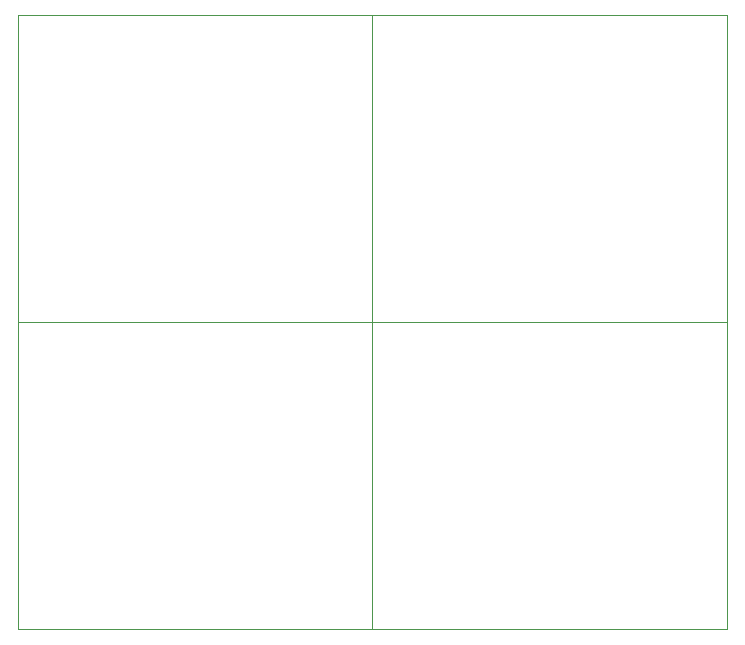
<source format=gbr>
%TF.GenerationSoftware,KiCad,Pcbnew,(6.0.0-0)*%
%TF.CreationDate,2022-03-16T23:04:28-04:00*%
%TF.ProjectId,for_stencil,666f725f-7374-4656-9e63-696c2e6b6963,rev?*%
%TF.SameCoordinates,Original*%
%TF.FileFunction,Profile,NP*%
%FSLAX46Y46*%
G04 Gerber Fmt 4.6, Leading zero omitted, Abs format (unit mm)*
G04 Created by KiCad (PCBNEW (6.0.0-0)) date 2022-03-16 23:04:28*
%MOMM*%
%LPD*%
G01*
G04 APERTURE LIST*
%TA.AperFunction,Profile*%
%ADD10C,0.050000*%
%TD*%
G04 APERTURE END LIST*
D10*
X121995000Y-60938000D02*
X121995000Y-34938000D01*
X91995000Y-60938000D02*
X121995000Y-60938000D01*
X91995000Y-34938000D02*
X91995000Y-60938000D01*
X121995000Y-34938000D02*
X91995000Y-34938000D01*
X151995000Y-34938000D02*
X121995000Y-34938000D01*
X151995000Y-60938000D02*
X151995000Y-34938000D01*
X121995000Y-60938000D02*
X151995000Y-60938000D01*
X121995000Y-34938000D02*
X121995000Y-60938000D01*
X151995000Y-86938000D02*
X151995000Y-60938000D01*
X121995000Y-86938000D02*
X151995000Y-86938000D01*
X121995000Y-60938000D02*
X121995000Y-86938000D01*
X151995000Y-60938000D02*
X121995000Y-60938000D01*
X121995000Y-60938000D02*
X91995000Y-60938000D01*
X91995000Y-60938000D02*
X91995000Y-86938000D01*
X91995000Y-86938000D02*
X121995000Y-86938000D01*
X121995000Y-86938000D02*
X121995000Y-60938000D01*
M02*

</source>
